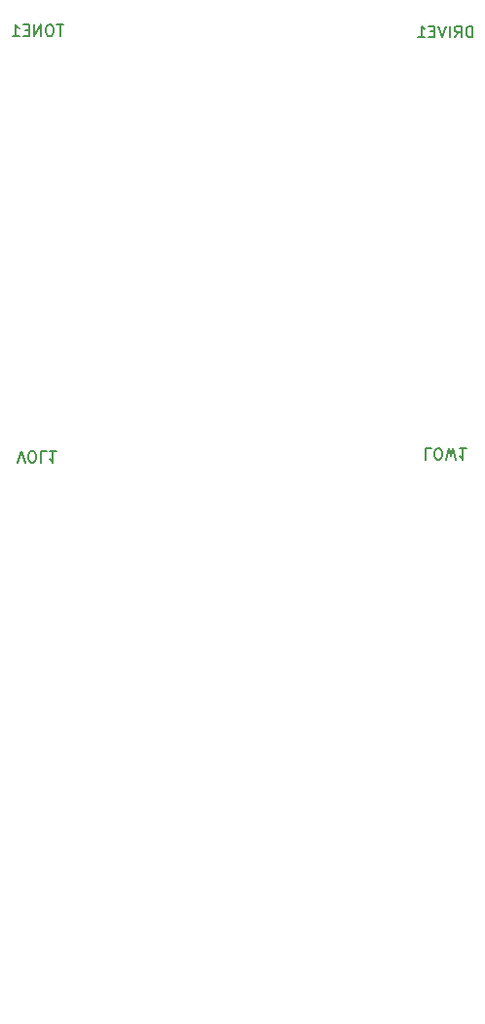
<source format=gbo>
G04 #@! TF.GenerationSoftware,KiCad,Pcbnew,7.0.5.1-1-g8f565ef7f0-dirty-deb11*
G04 #@! TF.CreationDate,2023-08-08T15:24:37+00:00*
G04 #@! TF.ProjectId,GreenBean,47726565-6e42-4656-916e-2e6b69636164,rev?*
G04 #@! TF.SameCoordinates,Original*
G04 #@! TF.FileFunction,Legend,Bot*
G04 #@! TF.FilePolarity,Positive*
%FSLAX46Y46*%
G04 Gerber Fmt 4.6, Leading zero omitted, Abs format (unit mm)*
G04 Created by KiCad (PCBNEW 7.0.5.1-1-g8f565ef7f0-dirty-deb11) date 2023-08-08 15:24:37*
%MOMM*%
%LPD*%
G01*
G04 APERTURE LIST*
%ADD10C,0.150000*%
%ADD11C,1.998980*%
%ADD12O,3.000000X1.900000*%
%ADD13C,3.400000*%
%ADD14O,2.100000X2.100000*%
%ADD15C,2.000000*%
%ADD16C,2.300000*%
%ADD17C,2.398980*%
%ADD18C,1.700000*%
%ADD19O,5.400000X3.600000*%
%ADD20C,2.200000*%
%ADD21O,2.600000X2.600000*%
%ADD22C,1.924000*%
G04 APERTURE END LIST*
D10*
X159248095Y-95699348D02*
X158771905Y-95699348D01*
X158771905Y-95699348D02*
X158771905Y-96699348D01*
X159771905Y-96699348D02*
X159962381Y-96699348D01*
X159962381Y-96699348D02*
X160057619Y-96651729D01*
X160057619Y-96651729D02*
X160152857Y-96556491D01*
X160152857Y-96556491D02*
X160200476Y-96366015D01*
X160200476Y-96366015D02*
X160200476Y-96032682D01*
X160200476Y-96032682D02*
X160152857Y-95842206D01*
X160152857Y-95842206D02*
X160057619Y-95746968D01*
X160057619Y-95746968D02*
X159962381Y-95699348D01*
X159962381Y-95699348D02*
X159771905Y-95699348D01*
X159771905Y-95699348D02*
X159676667Y-95746968D01*
X159676667Y-95746968D02*
X159581429Y-95842206D01*
X159581429Y-95842206D02*
X159533810Y-96032682D01*
X159533810Y-96032682D02*
X159533810Y-96366015D01*
X159533810Y-96366015D02*
X159581429Y-96556491D01*
X159581429Y-96556491D02*
X159676667Y-96651729D01*
X159676667Y-96651729D02*
X159771905Y-96699348D01*
X160533810Y-96699348D02*
X160771905Y-95699348D01*
X160771905Y-95699348D02*
X160962381Y-96413634D01*
X160962381Y-96413634D02*
X161152857Y-95699348D01*
X161152857Y-95699348D02*
X161390953Y-96699348D01*
X162295714Y-95699348D02*
X161724286Y-95699348D01*
X162010000Y-95699348D02*
X162010000Y-96699348D01*
X162010000Y-96699348D02*
X161914762Y-96556491D01*
X161914762Y-96556491D02*
X161819524Y-96461253D01*
X161819524Y-96461253D02*
X161724286Y-96413634D01*
X127271904Y-58900651D02*
X126700476Y-58900651D01*
X126986190Y-59900651D02*
X126986190Y-58900651D01*
X126176666Y-58900651D02*
X125986190Y-58900651D01*
X125986190Y-58900651D02*
X125890952Y-58948270D01*
X125890952Y-58948270D02*
X125795714Y-59043508D01*
X125795714Y-59043508D02*
X125748095Y-59233984D01*
X125748095Y-59233984D02*
X125748095Y-59567317D01*
X125748095Y-59567317D02*
X125795714Y-59757793D01*
X125795714Y-59757793D02*
X125890952Y-59853032D01*
X125890952Y-59853032D02*
X125986190Y-59900651D01*
X125986190Y-59900651D02*
X126176666Y-59900651D01*
X126176666Y-59900651D02*
X126271904Y-59853032D01*
X126271904Y-59853032D02*
X126367142Y-59757793D01*
X126367142Y-59757793D02*
X126414761Y-59567317D01*
X126414761Y-59567317D02*
X126414761Y-59233984D01*
X126414761Y-59233984D02*
X126367142Y-59043508D01*
X126367142Y-59043508D02*
X126271904Y-58948270D01*
X126271904Y-58948270D02*
X126176666Y-58900651D01*
X125319523Y-59900651D02*
X125319523Y-58900651D01*
X125319523Y-58900651D02*
X124748095Y-59900651D01*
X124748095Y-59900651D02*
X124748095Y-58900651D01*
X124271904Y-59376841D02*
X123938571Y-59376841D01*
X123795714Y-59900651D02*
X124271904Y-59900651D01*
X124271904Y-59900651D02*
X124271904Y-58900651D01*
X124271904Y-58900651D02*
X123795714Y-58900651D01*
X122843333Y-59900651D02*
X123414761Y-59900651D01*
X123129047Y-59900651D02*
X123129047Y-58900651D01*
X123129047Y-58900651D02*
X123224285Y-59043508D01*
X123224285Y-59043508D02*
X123319523Y-59138746D01*
X123319523Y-59138746D02*
X123414761Y-59186365D01*
X162867142Y-60004819D02*
X162867142Y-59004819D01*
X162867142Y-59004819D02*
X162629047Y-59004819D01*
X162629047Y-59004819D02*
X162486190Y-59052438D01*
X162486190Y-59052438D02*
X162390952Y-59147676D01*
X162390952Y-59147676D02*
X162343333Y-59242914D01*
X162343333Y-59242914D02*
X162295714Y-59433390D01*
X162295714Y-59433390D02*
X162295714Y-59576247D01*
X162295714Y-59576247D02*
X162343333Y-59766723D01*
X162343333Y-59766723D02*
X162390952Y-59861961D01*
X162390952Y-59861961D02*
X162486190Y-59957200D01*
X162486190Y-59957200D02*
X162629047Y-60004819D01*
X162629047Y-60004819D02*
X162867142Y-60004819D01*
X161295714Y-60004819D02*
X161629047Y-59528628D01*
X161867142Y-60004819D02*
X161867142Y-59004819D01*
X161867142Y-59004819D02*
X161486190Y-59004819D01*
X161486190Y-59004819D02*
X161390952Y-59052438D01*
X161390952Y-59052438D02*
X161343333Y-59100057D01*
X161343333Y-59100057D02*
X161295714Y-59195295D01*
X161295714Y-59195295D02*
X161295714Y-59338152D01*
X161295714Y-59338152D02*
X161343333Y-59433390D01*
X161343333Y-59433390D02*
X161390952Y-59481009D01*
X161390952Y-59481009D02*
X161486190Y-59528628D01*
X161486190Y-59528628D02*
X161867142Y-59528628D01*
X160867142Y-60004819D02*
X160867142Y-59004819D01*
X160533809Y-59004819D02*
X160200476Y-60004819D01*
X160200476Y-60004819D02*
X159867143Y-59004819D01*
X159533809Y-59481009D02*
X159200476Y-59481009D01*
X159057619Y-60004819D02*
X159533809Y-60004819D01*
X159533809Y-60004819D02*
X159533809Y-59004819D01*
X159533809Y-59004819D02*
X159057619Y-59004819D01*
X158105238Y-60004819D02*
X158676666Y-60004819D01*
X158390952Y-60004819D02*
X158390952Y-59004819D01*
X158390952Y-59004819D02*
X158486190Y-59147676D01*
X158486190Y-59147676D02*
X158581428Y-59242914D01*
X158581428Y-59242914D02*
X158676666Y-59290533D01*
X123271905Y-96949348D02*
X123605238Y-95949348D01*
X123605238Y-95949348D02*
X123938571Y-96949348D01*
X124462381Y-96949348D02*
X124652857Y-96949348D01*
X124652857Y-96949348D02*
X124748095Y-96901729D01*
X124748095Y-96901729D02*
X124843333Y-96806491D01*
X124843333Y-96806491D02*
X124890952Y-96616015D01*
X124890952Y-96616015D02*
X124890952Y-96282682D01*
X124890952Y-96282682D02*
X124843333Y-96092206D01*
X124843333Y-96092206D02*
X124748095Y-95996968D01*
X124748095Y-95996968D02*
X124652857Y-95949348D01*
X124652857Y-95949348D02*
X124462381Y-95949348D01*
X124462381Y-95949348D02*
X124367143Y-95996968D01*
X124367143Y-95996968D02*
X124271905Y-96092206D01*
X124271905Y-96092206D02*
X124224286Y-96282682D01*
X124224286Y-96282682D02*
X124224286Y-96616015D01*
X124224286Y-96616015D02*
X124271905Y-96806491D01*
X124271905Y-96806491D02*
X124367143Y-96901729D01*
X124367143Y-96901729D02*
X124462381Y-96949348D01*
X125795714Y-95949348D02*
X125319524Y-95949348D01*
X125319524Y-95949348D02*
X125319524Y-96949348D01*
X126652857Y-95949348D02*
X126081429Y-95949348D01*
X126367143Y-95949348D02*
X126367143Y-96949348D01*
X126367143Y-96949348D02*
X126271905Y-96806491D01*
X126271905Y-96806491D02*
X126176667Y-96711253D01*
X126176667Y-96711253D02*
X126081429Y-96663634D01*
D11*
X155500000Y-135000000D03*
X155500000Y-142620000D03*
X127760000Y-142600000D03*
X127760000Y-134980000D03*
X131010000Y-135000000D03*
X131010000Y-142620000D03*
%LPC*%
G36*
G01*
X150050000Y-137075000D02*
X150050000Y-138575000D01*
G75*
G02*
X149850000Y-138775000I-200000J0D01*
G01*
X147250000Y-138775000D01*
G75*
G02*
X147050000Y-138575000I0J200000D01*
G01*
X147050000Y-137075000D01*
G75*
G02*
X147250000Y-136875000I200000J0D01*
G01*
X149850000Y-136875000D01*
G75*
G02*
X150050000Y-137075000I0J-200000D01*
G01*
G37*
D12*
X143250000Y-137825000D03*
X137950000Y-137825000D03*
X148550000Y-142525000D03*
X143250000Y-142550000D03*
X137950000Y-142525000D03*
X148550000Y-147225000D03*
X143250000Y-147225000D03*
X137950000Y-147225000D03*
D13*
X128660000Y-130730000D03*
X128660000Y-114500000D03*
X122310000Y-130730000D03*
X122310000Y-114500000D03*
X135010000Y-130730000D03*
X135010000Y-114500000D03*
G36*
G01*
X133460000Y-55850000D02*
X133460000Y-54150000D01*
G75*
G02*
X133660000Y-53950000I200000J0D01*
G01*
X135360000Y-53950000D01*
G75*
G02*
X135560000Y-54150000I0J-200000D01*
G01*
X135560000Y-55850000D01*
G75*
G02*
X135360000Y-56050000I-200000J0D01*
G01*
X133660000Y-56050000D01*
G75*
G02*
X133460000Y-55850000I0J200000D01*
G01*
G37*
D14*
X134510000Y-57540000D03*
G36*
G01*
X145850000Y-110300000D02*
X147550000Y-110300000D01*
G75*
G02*
X147750000Y-110500000I0J-200000D01*
G01*
X147750000Y-112200000D01*
G75*
G02*
X147550000Y-112400000I-200000J0D01*
G01*
X145850000Y-112400000D01*
G75*
G02*
X145650000Y-112200000I0J200000D01*
G01*
X145650000Y-110500000D01*
G75*
G02*
X145850000Y-110300000I200000J0D01*
G01*
G37*
X144160000Y-111350000D03*
X141620000Y-111350000D03*
X139080000Y-111350000D03*
G36*
G01*
X145850000Y-104750000D02*
X147550000Y-104750000D01*
G75*
G02*
X147750000Y-104950000I0J-200000D01*
G01*
X147750000Y-106650000D01*
G75*
G02*
X147550000Y-106850000I-200000J0D01*
G01*
X145850000Y-106850000D01*
G75*
G02*
X145650000Y-106650000I0J200000D01*
G01*
X145650000Y-104950000D01*
G75*
G02*
X145850000Y-104750000I200000J0D01*
G01*
G37*
X144160000Y-105800000D03*
X141620000Y-105800000D03*
X139080000Y-105800000D03*
G36*
G01*
X161200000Y-139200000D02*
X162800000Y-139200000D01*
G75*
G02*
X163000000Y-139400000I0J-200000D01*
G01*
X163000000Y-141000000D01*
G75*
G02*
X162800000Y-141200000I-200000J0D01*
G01*
X161200000Y-141200000D01*
G75*
G02*
X161000000Y-141000000I0J200000D01*
G01*
X161000000Y-139400000D01*
G75*
G02*
X161200000Y-139200000I200000J0D01*
G01*
G37*
D15*
X162000000Y-142700000D03*
G36*
G01*
X123700000Y-136590000D02*
X123700000Y-138490000D01*
G75*
G02*
X123500000Y-138690000I-200000J0D01*
G01*
X121500000Y-138690000D01*
G75*
G02*
X121300000Y-138490000I0J200000D01*
G01*
X121300000Y-136590000D01*
G75*
G02*
X121500000Y-136390000I200000J0D01*
G01*
X123500000Y-136390000D01*
G75*
G02*
X123700000Y-136590000I0J-200000D01*
G01*
G37*
D16*
X122500000Y-135000000D03*
D17*
X155500000Y-135000000D03*
X155500000Y-142620000D03*
X127760000Y-142600000D03*
X127760000Y-134980000D03*
X131010000Y-135000000D03*
X131010000Y-142620000D03*
G36*
G01*
X160200000Y-135650000D02*
X160200000Y-134350000D01*
G75*
G02*
X160400000Y-134150000I200000J0D01*
G01*
X161700000Y-134150000D01*
G75*
G02*
X161900000Y-134350000I0J-200000D01*
G01*
X161900000Y-135650000D01*
G75*
G02*
X161700000Y-135850000I-200000J0D01*
G01*
X160400000Y-135850000D01*
G75*
G02*
X160200000Y-135650000I0J200000D01*
G01*
G37*
D18*
X166050000Y-135000000D03*
G36*
G01*
X143290000Y-115760000D02*
X144990000Y-115760000D01*
G75*
G02*
X145190000Y-115960000I0J-200000D01*
G01*
X145190000Y-117660000D01*
G75*
G02*
X144990000Y-117860000I-200000J0D01*
G01*
X143290000Y-117860000D01*
G75*
G02*
X143090000Y-117660000I0J200000D01*
G01*
X143090000Y-115960000D01*
G75*
G02*
X143290000Y-115760000I200000J0D01*
G01*
G37*
D14*
X141600000Y-116810000D03*
D13*
X156925000Y-114500000D03*
X156925000Y-130730000D03*
X163275000Y-114500000D03*
X163275000Y-130730000D03*
X150575000Y-114500000D03*
X150575000Y-130730000D03*
D19*
X142710000Y-82400000D03*
X142710000Y-77950000D03*
X142710000Y-73500000D03*
G36*
G01*
X151410000Y-94075000D02*
X149610000Y-94075000D01*
G75*
G02*
X149410000Y-93875000I0J200000D01*
G01*
X149410000Y-92075000D01*
G75*
G02*
X149610000Y-91875000I200000J0D01*
G01*
X151410000Y-91875000D01*
G75*
G02*
X151610000Y-92075000I0J-200000D01*
G01*
X151610000Y-93875000D01*
G75*
G02*
X151410000Y-94075000I-200000J0D01*
G01*
G37*
D20*
X150510000Y-90435000D03*
G36*
G01*
X154210000Y-89325000D02*
X156010000Y-89325000D01*
G75*
G02*
X156210000Y-89525000I0J-200000D01*
G01*
X156210000Y-91325000D01*
G75*
G02*
X156010000Y-91525000I-200000J0D01*
G01*
X154210000Y-91525000D01*
G75*
G02*
X154010000Y-91325000I0J200000D01*
G01*
X154010000Y-89525000D01*
G75*
G02*
X154210000Y-89325000I200000J0D01*
G01*
G37*
X155110000Y-92965000D03*
G36*
G01*
X128110000Y-94552651D02*
X126510000Y-94552651D01*
G75*
G02*
X126310000Y-94352651I0J200000D01*
G01*
X126310000Y-92752651D01*
G75*
G02*
X126510000Y-92552651I200000J0D01*
G01*
X128110000Y-92552651D01*
G75*
G02*
X128310000Y-92752651I0J-200000D01*
G01*
X128310000Y-94352651D01*
G75*
G02*
X128110000Y-94552651I-200000J0D01*
G01*
G37*
D15*
X127310000Y-91052651D03*
G36*
G01*
X157510000Y-103750000D02*
X157510000Y-105550000D01*
G75*
G02*
X157310000Y-105750000I-200000J0D01*
G01*
X156210000Y-105750000D01*
G75*
G02*
X156010000Y-105550000I0J200000D01*
G01*
X156010000Y-103750000D01*
G75*
G02*
X156210000Y-103550000I200000J0D01*
G01*
X157310000Y-103550000D01*
G75*
G02*
X157510000Y-103750000I0J-200000D01*
G01*
G37*
G36*
G01*
X156240000Y-106095000D02*
X156240000Y-107345000D01*
G75*
G02*
X155765000Y-107820000I-475000J0D01*
G01*
X155215000Y-107820000D01*
G75*
G02*
X154740000Y-107345000I0J475000D01*
G01*
X154740000Y-106095000D01*
G75*
G02*
X155215000Y-105620000I475000J0D01*
G01*
X155765000Y-105620000D01*
G75*
G02*
X156240000Y-106095000I0J-475000D01*
G01*
G37*
G36*
G01*
X154970000Y-104025000D02*
X154970000Y-105275000D01*
G75*
G02*
X154495000Y-105750000I-475000J0D01*
G01*
X153945000Y-105750000D01*
G75*
G02*
X153470000Y-105275000I0J475000D01*
G01*
X153470000Y-104025000D01*
G75*
G02*
X153945000Y-103550000I475000J0D01*
G01*
X154495000Y-103550000D01*
G75*
G02*
X154970000Y-104025000I0J-475000D01*
G01*
G37*
G36*
G01*
X163510000Y-107400000D02*
X161910000Y-107400000D01*
G75*
G02*
X161710000Y-107200000I0J200000D01*
G01*
X161710000Y-105600000D01*
G75*
G02*
X161910000Y-105400000I200000J0D01*
G01*
X163510000Y-105400000D01*
G75*
G02*
X163710000Y-105600000I0J-200000D01*
G01*
X163710000Y-107200000D01*
G75*
G02*
X163510000Y-107400000I-200000J0D01*
G01*
G37*
X162710000Y-103900000D03*
G36*
G01*
X128580000Y-105320000D02*
X126780000Y-105320000D01*
G75*
G02*
X126580000Y-105120000I0J200000D01*
G01*
X126580000Y-104020000D01*
G75*
G02*
X126780000Y-103820000I200000J0D01*
G01*
X128580000Y-103820000D01*
G75*
G02*
X128780000Y-104020000I0J-200000D01*
G01*
X128780000Y-105120000D01*
G75*
G02*
X128580000Y-105320000I-200000J0D01*
G01*
G37*
G36*
G01*
X126235000Y-104050000D02*
X124985000Y-104050000D01*
G75*
G02*
X124510000Y-103575000I0J475000D01*
G01*
X124510000Y-103025000D01*
G75*
G02*
X124985000Y-102550000I475000J0D01*
G01*
X126235000Y-102550000D01*
G75*
G02*
X126710000Y-103025000I0J-475000D01*
G01*
X126710000Y-103575000D01*
G75*
G02*
X126235000Y-104050000I-475000J0D01*
G01*
G37*
G36*
G01*
X128305000Y-102780000D02*
X127055000Y-102780000D01*
G75*
G02*
X126580000Y-102305000I0J475000D01*
G01*
X126580000Y-101755000D01*
G75*
G02*
X127055000Y-101280000I475000J0D01*
G01*
X128305000Y-101280000D01*
G75*
G02*
X128780000Y-101755000I0J-475000D01*
G01*
X128780000Y-102305000D01*
G75*
G02*
X128305000Y-102780000I-475000J0D01*
G01*
G37*
G36*
G01*
X121810000Y-102780000D02*
X119610000Y-102780000D01*
G75*
G02*
X119410000Y-102580000I0J200000D01*
G01*
X119410000Y-100380000D01*
G75*
G02*
X119610000Y-100180000I200000J0D01*
G01*
X121810000Y-100180000D01*
G75*
G02*
X122010000Y-100380000I0J-200000D01*
G01*
X122010000Y-102580000D01*
G75*
G02*
X121810000Y-102780000I-200000J0D01*
G01*
G37*
D21*
X120710000Y-91320000D03*
D22*
X155510000Y-79154168D03*
X160510000Y-79154168D03*
X165510000Y-79154168D03*
X130010000Y-76445832D03*
X125010000Y-76445832D03*
X120010000Y-76445832D03*
X165510000Y-76550000D03*
X160510000Y-76550000D03*
X155510000Y-76550000D03*
X120010000Y-79404168D03*
X125010000Y-79404168D03*
X130010000Y-79404168D03*
%LPD*%
M02*

</source>
